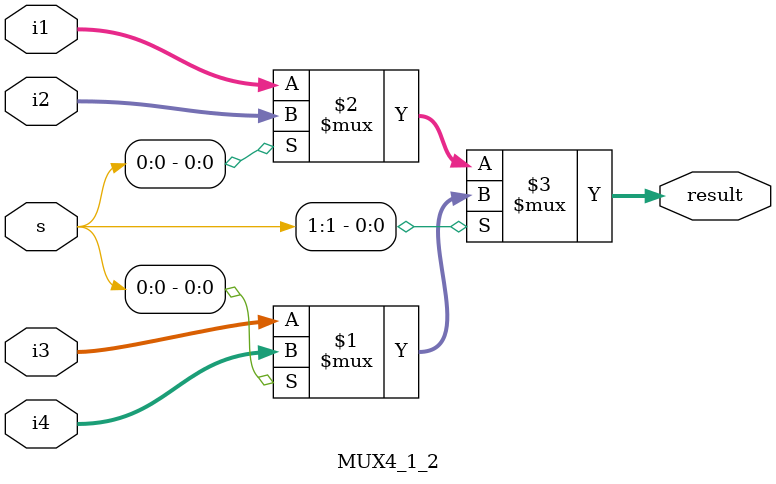
<source format=v>
`include "opcodes.v"

module MUX4_1_2 (i1, i2, i3, i4, s, result);

    input [1 : 0] i1;
    input [1 : 0] i2;
    input [1 : 0] i3;
    input [1 : 0] i4;
    input [1 : 0] s;

    output [1 : 0] result;

    wire [1:0] result;

    assign result = s[1] ? (s[0] ? i4 : i3) : (s[0] ? i2 : i1); 

endmodule
</source>
